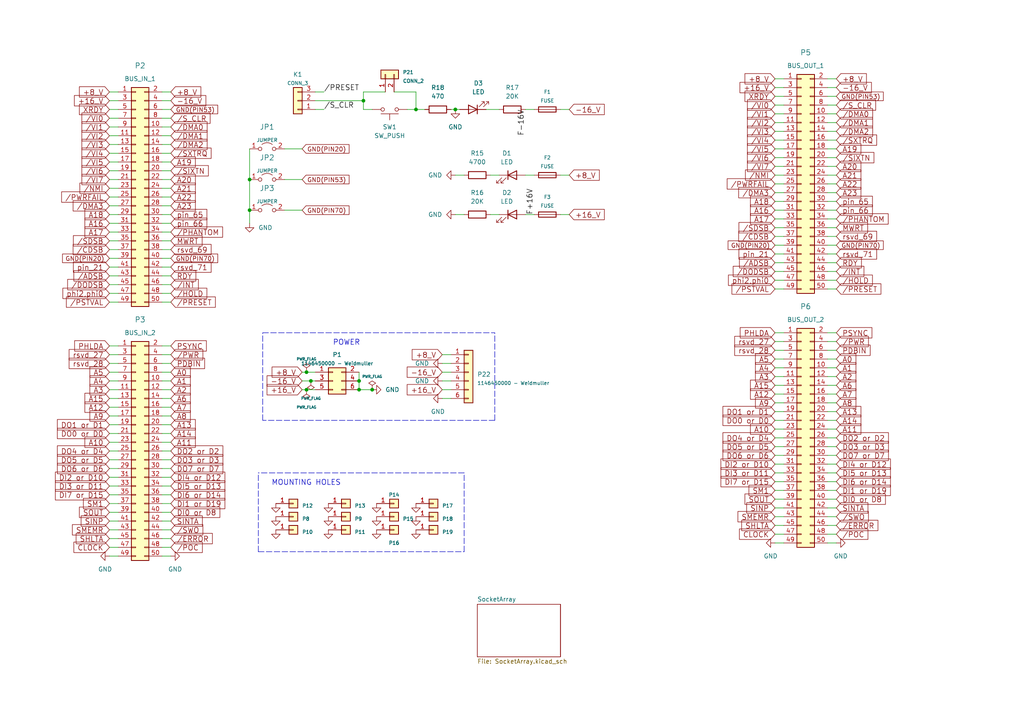
<source format=kicad_sch>
(kicad_sch (version 20211123) (generator eeschema)
  (paper "A4")
  (title_block (title "S100/IEEEE696") (date "2022-03-28") (rev "1") (company "John Bradley") (comment 1 "First attempt at S100/IEEEE696 bus back plane ") (comment 2 "Based on data from http://www.s100computers.com"))
  (junction (at 104.14 110.49))
  (junction (at 72.39 60.96))
  (junction (at 90.17 110.49))
  (junction (at 72.39 52.07))
  (junction (at 88.9 113.03))
  (junction (at 104.14 113.03))
  (junction (at 88.9 107.95))
  (junction (at 107.95 113.03))
  (junction (at 132.08 31.75))
  (junction (at 120.65 31.75))
  (junction (at 105.41 29.21))
  (wire (pts (xy 31.75 46.99) (xy 34.29 46.99)))
  (wire (pts (xy 46.99 54.61) (xy 49.53 54.61)))
  (wire (pts (xy 31.75 72.39) (xy 34.29 72.39)))
  (wire (pts (xy 240.03 119.38) (xy 242.57 119.38)))
  (wire (pts (xy 46.99 102.87) (xy 49.53 102.87)))
  (wire (pts (xy 240.03 27.94) (xy 242.57 27.94)))
  (wire (pts (xy 31.75 138.43) (xy 34.29 138.43)))
  (wire (pts (xy 46.99 156.21) (xy 49.53 156.21)))
  (wire (pts (xy 31.75 148.59) (xy 34.29 148.59)))
  (wire (pts (xy 224.79 154.94) (xy 227.33 154.94)))
  (wire (pts (xy 31.75 26.67) (xy 34.29 26.67)))
  (wire (pts (xy 46.99 74.93) (xy 49.53 74.93)))
  (wire (pts (xy 46.99 49.53) (xy 49.53 49.53)))
  (wire (pts (xy 224.79 33.02) (xy 227.33 33.02)))
  (polyline (pts (xy 308.61 229.87) (xy 308.61 228.6)))
  (wire (pts (xy 46.99 135.89) (xy 49.53 135.89)))
  (wire (pts (xy 90.17 110.49) (xy 91.44 110.49)))
  (wire (pts (xy 31.75 67.31) (xy 34.29 67.31)))
  (wire (pts (xy 224.79 157.48) (xy 227.33 157.48)))
  (wire (pts (xy 224.79 127) (xy 227.33 127)))
  (wire (pts (xy 240.03 109.22) (xy 242.57 109.22)))
  (wire (pts (xy 46.99 52.07) (xy 49.53 52.07)))
  (wire (pts (xy 111.76 26.67) (xy 105.41 26.67)))
  (wire (pts (xy 240.03 99.06) (xy 242.57 99.06)))
  (wire (pts (xy 46.99 158.75) (xy 49.53 158.75)))
  (wire (pts (xy 31.75 29.21) (xy 34.29 29.21)))
  (wire (pts (xy 31.75 130.81) (xy 34.29 130.81)))
  (wire (pts (xy 46.99 64.77) (xy 49.53 64.77)))
  (wire (pts (xy 224.79 73.66) (xy 227.33 73.66)))
  (wire (pts (xy 46.99 80.01) (xy 49.53 80.01)))
  (wire (pts (xy 224.79 76.2) (xy 227.33 76.2)))
  (wire (pts (xy 105.41 29.21) (xy 105.41 31.75)))
  (wire (pts (xy 224.79 149.86) (xy 227.33 149.86)))
  (wire (pts (xy 120.65 26.67) (xy 120.65 31.75)))
  (wire (pts (xy 240.03 43.18) (xy 242.57 43.18)))
  (wire (pts (xy 91.44 31.75) (xy 93.98 31.75)))
  (polyline (pts (xy 74.93 160.02) (xy 134.62 160.02)))
  (wire (pts (xy 31.75 87.63) (xy 34.29 87.63)))
  (wire (pts (xy 224.79 30.48) (xy 227.33 30.48)))
  (wire (pts (xy 224.79 99.06) (xy 227.33 99.06)))
  (wire (pts (xy 224.79 106.68) (xy 227.33 106.68)))
  (wire (pts (xy 240.03 132.08) (xy 242.57 132.08)))
  (wire (pts (xy 240.03 55.88) (xy 242.57 55.88)))
  (wire (pts (xy 31.75 153.67) (xy 34.29 153.67)))
  (wire (pts (xy 224.79 22.86) (xy 227.33 22.86)))
  (wire (pts (xy 46.99 39.37) (xy 49.53 39.37)))
  (wire (pts (xy 46.99 146.05) (xy 49.53 146.05)))
  (wire (pts (xy 132.08 50.8) (xy 134.62 50.8)))
  (wire (pts (xy 31.75 34.29) (xy 34.29 34.29)))
  (wire (pts (xy 104.14 113.03) (xy 107.95 113.03)))
  (wire (pts (xy 240.03 33.02) (xy 242.57 33.02)))
  (polyline (pts (xy 134.62 137.16) (xy 74.93 137.16)))
  (polyline (pts (xy 134.62 160.02) (xy 134.62 137.16)))
  (wire (pts (xy 162.56 62.23) (xy 165.1 62.23)))
  (wire (pts (xy 224.79 119.38) (xy 227.33 119.38)))
  (wire (pts (xy 46.99 100.33) (xy 49.53 100.33)))
  (polyline (pts (xy 76.2 96.52) (xy 143.51 96.52)))
  (wire (pts (xy 240.03 76.2) (xy 242.57 76.2)))
  (wire (pts (xy 240.03 129.54) (xy 242.57 129.54)))
  (wire (pts (xy 87.63 110.49) (xy 90.17 110.49)))
  (wire (pts (xy 240.03 71.12) (xy 242.57 71.12)))
  (wire (pts (xy 120.65 31.75) (xy 118.11 31.75)))
  (wire (pts (xy 46.99 148.59) (xy 49.53 148.59)))
  (wire (pts (xy 46.99 133.35) (xy 49.53 133.35)))
  (wire (pts (xy 224.79 27.94) (xy 227.33 27.94)))
  (wire (pts (xy 46.99 82.55) (xy 49.53 82.55)))
  (wire (pts (xy 46.99 31.75) (xy 49.53 31.75)))
  (wire (pts (xy 240.03 66.04) (xy 242.57 66.04)))
  (wire (pts (xy 224.79 35.56) (xy 227.33 35.56)))
  (wire (pts (xy 31.75 59.69) (xy 34.29 59.69)))
  (wire (pts (xy 224.79 45.72) (xy 227.33 45.72)))
  (polyline (pts (xy 143.51 121.92) (xy 143.51 96.52)))
  (wire (pts (xy 224.79 152.4) (xy 227.33 152.4)))
  (wire (pts (xy 46.99 118.11) (xy 49.53 118.11)))
  (wire (pts (xy 31.75 77.47) (xy 34.29 77.47)))
  (wire (pts (xy 240.03 22.86) (xy 242.57 22.86)))
  (wire (pts (xy 31.75 62.23) (xy 34.29 62.23)))
  (wire (pts (xy 123.19 31.75) (xy 120.65 31.75)))
  (wire (pts (xy 240.03 111.76) (xy 242.57 111.76)))
  (wire (pts (xy 100.33 113.03) (xy 104.14 113.03)))
  (wire (pts (xy 240.03 139.7) (xy 242.57 139.7)))
  (wire (pts (xy 240.03 152.4) (xy 242.57 152.4)))
  (wire (pts (xy 224.79 53.34) (xy 227.33 53.34)))
  (wire (pts (xy 224.79 60.96) (xy 227.33 60.96)))
  (wire (pts (xy 224.79 25.4) (xy 227.33 25.4)))
  (wire (pts (xy 82.55 43.18) (xy 87.63 43.18)))
  (wire (pts (xy 224.79 50.8) (xy 227.33 50.8)))
  (wire (pts (xy 240.03 127) (xy 242.57 127)))
  (wire (pts (xy 130.81 110.49) (xy 128.27 110.49)))
  (wire (pts (xy 46.99 140.97) (xy 49.53 140.97)))
  (wire (pts (xy 31.75 158.75) (xy 34.29 158.75)))
  (wire (pts (xy 46.99 46.99) (xy 49.53 46.99)))
  (wire (pts (xy 87.63 60.96) (xy 82.55 60.96)))
  (wire (pts (xy 152.4 50.8) (xy 154.94 50.8)))
  (wire (pts (xy 224.79 55.88) (xy 227.33 55.88)))
  (wire (pts (xy 240.03 48.26) (xy 242.57 48.26)))
  (wire (pts (xy 130.81 115.57) (xy 128.27 115.57)))
  (wire (pts (xy 144.78 31.75) (xy 140.97 31.75)))
  (wire (pts (xy 224.79 129.54) (xy 227.33 129.54)))
  (wire (pts (xy 88.9 113.03) (xy 91.44 113.03)))
  (wire (pts (xy 31.75 135.89) (xy 34.29 135.89)))
  (wire (pts (xy 104.14 107.95) (xy 104.14 110.49)))
  (wire (pts (xy 162.56 50.8) (xy 165.1 50.8)))
  (wire (pts (xy 224.79 101.6) (xy 227.33 101.6)))
  (wire (pts (xy 31.75 80.01) (xy 34.29 80.01)))
  (wire (pts (xy 46.99 130.81) (xy 49.53 130.81)))
  (wire (pts (xy 133.35 31.75) (xy 132.08 31.75)))
  (wire (pts (xy 46.99 59.69) (xy 49.53 59.69)))
  (wire (pts (xy 240.03 142.24) (xy 242.57 142.24)))
  (wire (pts (xy 31.75 49.53) (xy 34.29 49.53)))
  (wire (pts (xy 31.75 36.83) (xy 34.29 36.83)))
  (wire (pts (xy 46.99 120.65) (xy 49.53 120.65)))
  (wire (pts (xy 224.79 58.42) (xy 227.33 58.42)))
  (wire (pts (xy 31.75 82.55) (xy 34.29 82.55)))
  (wire (pts (xy 46.99 125.73) (xy 49.53 125.73)))
  (wire (pts (xy 240.03 45.72) (xy 242.57 45.72)))
  (wire (pts (xy 240.03 68.58) (xy 242.57 68.58)))
  (wire (pts (xy 224.79 109.22) (xy 227.33 109.22)))
  (wire (pts (xy 240.03 116.84) (xy 242.57 116.84)))
  (wire (pts (xy 104.14 110.49) (xy 104.14 113.03)))
  (wire (pts (xy 224.79 71.12) (xy 227.33 71.12)))
  (wire (pts (xy 31.75 151.13) (xy 34.29 151.13)))
  (wire (pts (xy 46.99 128.27) (xy 49.53 128.27)))
  (wire (pts (xy 46.99 161.29) (xy 49.53 161.29)))
  (wire (pts (xy 31.75 64.77) (xy 34.29 64.77)))
  (wire (pts (xy 46.99 62.23) (xy 49.53 62.23)))
  (wire (pts (xy 31.75 74.93) (xy 34.29 74.93)))
  (wire (pts (xy 142.24 50.8) (xy 144.78 50.8)))
  (wire (pts (xy 224.79 81.28) (xy 227.33 81.28)))
  (wire (pts (xy 46.99 115.57) (xy 49.53 115.57)))
  (wire (pts (xy 128.27 102.87) (xy 130.81 102.87)))
  (polyline (pts (xy 74.93 160.02) (xy 74.93 137.16)))
  (wire (pts (xy 240.03 81.28) (xy 242.57 81.28)))
  (wire (pts (xy 46.99 123.19) (xy 49.53 123.19)))
  (wire (pts (xy 120.65 26.67) (xy 114.3 26.67)))
  (wire (pts (xy 46.99 36.83) (xy 49.53 36.83)))
  (wire (pts (xy 240.03 78.74) (xy 242.57 78.74)))
  (wire (pts (xy 105.41 29.21) (xy 91.44 29.21)))
  (polyline (pts (xy 143.51 121.92) (xy 76.2 121.92)))
  (wire (pts (xy 240.03 104.14) (xy 242.57 104.14)))
  (polyline (pts (xy 76.2 121.92) (xy 76.2 96.52)))
  (wire (pts (xy 46.99 105.41) (xy 49.53 105.41)))
  (wire (pts (xy 107.95 31.75) (xy 105.41 31.75)))
  (wire (pts (xy 46.99 44.45) (xy 49.53 44.45)))
  (wire (pts (xy 46.99 143.51) (xy 49.53 143.51)))
  (wire (pts (xy 31.75 102.87) (xy 34.29 102.87)))
  (wire (pts (xy 72.39 52.07) (xy 72.39 60.96)))
  (wire (pts (xy 224.79 114.3) (xy 227.33 114.3)))
  (wire (pts (xy 224.79 38.1) (xy 227.33 38.1)))
  (wire (pts (xy 31.75 128.27) (xy 34.29 128.27)))
  (wire (pts (xy 224.79 43.18) (xy 227.33 43.18)))
  (wire (pts (xy 224.79 104.14) (xy 227.33 104.14)))
  (wire (pts (xy 240.03 38.1) (xy 242.57 38.1)))
  (wire (pts (xy 46.99 29.21) (xy 49.53 29.21)))
  (wire (pts (xy 162.56 31.75) (xy 165.1 31.75)))
  (wire (pts (xy 31.75 39.37) (xy 34.29 39.37)))
  (wire (pts (xy 224.79 48.26) (xy 227.33 48.26)))
  (wire (pts (xy 240.03 50.8) (xy 242.57 50.8)))
  (wire (pts (xy 240.03 25.4) (xy 242.57 25.4)))
  (wire (pts (xy 46.99 113.03) (xy 49.53 113.03)))
  (wire (pts (xy 31.75 118.11) (xy 34.29 118.11)))
  (wire (pts (xy 142.24 62.23) (xy 144.78 62.23)))
  (wire (pts (xy 46.99 110.49) (xy 49.53 110.49)))
  (wire (pts (xy 31.75 123.19) (xy 34.29 123.19)))
  (wire (pts (xy 31.75 54.61) (xy 34.29 54.61)))
  (wire (pts (xy 240.03 121.92) (xy 242.57 121.92)))
  (wire (pts (xy 31.75 110.49) (xy 34.29 110.49)))
  (wire (pts (xy 46.99 72.39) (xy 49.53 72.39)))
  (wire (pts (xy 105.41 26.67) (xy 105.41 29.21)))
  (wire (pts (xy 240.03 114.3) (xy 242.57 114.3)))
  (wire (pts (xy 31.75 107.95) (xy 34.29 107.95)))
  (wire (pts (xy 31.75 125.73) (xy 34.29 125.73)))
  (wire (pts (xy 240.03 124.46) (xy 242.57 124.46)))
  (wire (pts (xy 224.79 134.62) (xy 227.33 134.62)))
  (wire (pts (xy 224.79 78.74) (xy 227.33 78.74)))
  (wire (pts (xy 240.03 157.48) (xy 242.57 157.48)))
  (wire (pts (xy 240.03 137.16) (xy 242.57 137.16)))
  (wire (pts (xy 46.99 69.85) (xy 49.53 69.85)))
  (wire (pts (xy 240.03 144.78) (xy 242.57 144.78)))
  (wire (pts (xy 31.75 133.35) (xy 34.29 133.35)))
  (wire (pts (xy 224.79 139.7) (xy 227.33 139.7)))
  (wire (pts (xy 240.03 53.34) (xy 242.57 53.34)))
  (wire (pts (xy 224.79 116.84) (xy 227.33 116.84)))
  (wire (pts (xy 240.03 30.48) (xy 242.57 30.48)))
  (wire (pts (xy 46.99 41.91) (xy 49.53 41.91)))
  (wire (pts (xy 224.79 147.32) (xy 227.33 147.32)))
  (wire (pts (xy 31.75 146.05) (xy 34.29 146.05)))
  (wire (pts (xy 128.27 107.95) (xy 130.81 107.95)))
  (wire (pts (xy 240.03 149.86) (xy 242.57 149.86)))
  (wire (pts (xy 46.99 26.67) (xy 49.53 26.67)))
  (wire (pts (xy 240.03 40.64) (xy 242.57 40.64)))
  (wire (pts (xy 46.99 77.47) (xy 49.53 77.47)))
  (wire (pts (xy 224.79 121.92) (xy 227.33 121.92)))
  (wire (pts (xy 224.79 124.46) (xy 227.33 124.46)))
  (wire (pts (xy 31.75 41.91) (xy 34.29 41.91)))
  (wire (pts (xy 154.94 31.75) (xy 152.4 31.75)))
  (wire (pts (xy 88.9 107.95) (xy 91.44 107.95)))
  (wire (pts (xy 240.03 96.52) (xy 242.57 96.52)))
  (wire (pts (xy 240.03 73.66) (xy 242.57 73.66)))
  (wire (pts (xy 31.75 156.21) (xy 34.29 156.21)))
  (wire (pts (xy 240.03 63.5) (xy 242.57 63.5)))
  (wire (pts (xy 240.03 134.62) (xy 242.57 134.62)))
  (wire (pts (xy 128.27 113.03) (xy 130.81 113.03)))
  (wire (pts (xy 224.79 96.52) (xy 227.33 96.52)))
  (wire (pts (xy 46.99 34.29) (xy 49.53 34.29)))
  (wire (pts (xy 31.75 100.33) (xy 34.29 100.33)))
  (wire (pts (xy 240.03 101.6) (xy 242.57 101.6)))
  (wire (pts (xy 46.99 57.15) (xy 49.53 57.15)))
  (wire (pts (xy 224.79 142.24) (xy 227.33 142.24)))
  (wire (pts (xy 31.75 105.41) (xy 34.29 105.41)))
  (wire (pts (xy 224.79 111.76) (xy 227.33 111.76)))
  (wire (pts (xy 31.75 115.57) (xy 34.29 115.57)))
  (wire (pts (xy 31.75 57.15) (xy 34.29 57.15)))
  (wire (pts (xy 31.75 44.45) (xy 34.29 44.45)))
  (wire (pts (xy 82.55 52.07) (xy 87.63 52.07)))
  (wire (pts (xy 132.08 62.23) (xy 134.62 62.23)))
  (wire (pts (xy 31.75 31.75) (xy 34.29 31.75)))
  (wire (pts (xy 224.79 66.04) (xy 227.33 66.04)))
  (wire (pts (xy 46.99 87.63) (xy 49.53 87.63)))
  (wire (pts (xy 224.79 40.64) (xy 227.33 40.64)))
  (wire (pts (xy 224.79 144.78) (xy 227.33 144.78)))
  (wire (pts (xy 240.03 106.68) (xy 242.57 106.68)))
  (wire (pts (xy 224.79 68.58) (xy 227.33 68.58)))
  (wire (pts (xy 31.75 85.09) (xy 34.29 85.09)))
  (wire (pts (xy 31.75 69.85) (xy 34.29 69.85)))
  (wire (pts (xy 31.75 120.65) (xy 34.29 120.65)))
  (wire (pts (xy 31.75 113.03) (xy 34.29 113.03)))
  (wire (pts (xy 31.75 143.51) (xy 34.29 143.51)))
  (wire (pts (xy 224.79 83.82) (xy 227.33 83.82)))
  (wire (pts (xy 31.75 161.29) (xy 34.29 161.29)))
  (wire (pts (xy 87.63 113.03) (xy 88.9 113.03)))
  (wire (pts (xy 224.79 137.16) (xy 227.33 137.16)))
  (wire (pts (xy 224.79 132.08) (xy 227.33 132.08)))
  (wire (pts (xy 88.9 107.95) (xy 87.63 107.95)))
  (wire (pts (xy 46.99 138.43) (xy 49.53 138.43)))
  (wire (pts (xy 240.03 35.56) (xy 242.57 35.56)))
  (wire (pts (xy 72.39 60.96) (xy 72.39 64.77)))
  (wire (pts (xy 31.75 52.07) (xy 34.29 52.07)))
  (wire (pts (xy 46.99 107.95) (xy 49.53 107.95)))
  (wire (pts (xy 130.81 105.41) (xy 128.27 105.41)))
  (wire (pts (xy 240.03 83.82) (xy 242.57 83.82)))
  (wire (pts (xy 46.99 67.31) (xy 49.53 67.31)))
  (wire (pts (xy 31.75 140.97) (xy 34.29 140.97)))
  (wire (pts (xy 72.39 43.18) (xy 72.39 52.07)))
  (wire (pts (xy 46.99 153.67) (xy 49.53 153.67)))
  (wire (pts (xy 132.08 31.75) (xy 130.81 31.75)))
  (wire (pts (xy 240.03 60.96) (xy 242.57 60.96)))
  (wire (pts (xy 240.03 58.42) (xy 242.57 58.42)))
  (wire (pts (xy 46.99 85.09) (xy 49.53 85.09)))
  (wire (pts (xy 93.98 26.67) (xy 91.44 26.67)))
  (wire (pts (xy 240.03 147.32) (xy 242.57 147.32)))
  (wire (pts (xy 224.79 63.5) (xy 227.33 63.5)))
  (wire (pts (xy 240.03 154.94) (xy 242.57 154.94)))
  (wire (pts (xy 46.99 151.13) (xy 49.53 151.13)))
  (wire (pts (xy 152.4 62.23) (xy 154.94 62.23)))
  (text "POWER" (at 96.52 100.33 0) (effects (font (size 1.524 1.524)) (justify left bottom)))
  (text "MOUNTING HOLES" (at 78.74 140.97 0) (effects (font (size 1.524 1.524)) (justify left bottom)))
  (label "F-16V" (at 152.4 31.75 270) (effects (font (size 1.524 1.524))))
  (label "/S_CLR" (at 93.98 31.75 0) (effects (font (size 1.524 1.524))))
  (label "F+16V" (at 154.94 62.23 90) (effects (font (size 1.524 1.524))))
  (label "/PRESET" (at 93.98 26.67 0) (effects (font (size 1.524 1.524))))
  (global_label "+8_V" (shape input) (at 242.57 22.86 0) (effects (font (size 1.524 1.524))) (property "Intersheet References" "${INTERSHEET_REFS}" (at 251.1646 22.7648 0) (effects (font (size 1.524 1.524)) (justify left))))
  (global_label "DO0 or D0" (shape input) (at 31.75 125.73 180) (effects (font (size 1.524 1.524))) (property "Intersheet References" "${INTERSHEET_REFS}" (at 16.7691 125.6348 0) (effects (font (size 1.524 1.524)) (justify right))))
  (global_label "rsvd_27" (shape input) (at 224.79 99.06 180) (effects (font (size 1.524 1.524))) (property "Intersheet References" "${INTERSHEET_REFS}" (at 213.22 98.9648 0) (effects (font (size 1.524 1.524)) (justify right))))
  (global_label "pin_65" (shape input) (at 49.53 62.23 0) (effects (font (size 1.524 1.524))) (property "Intersheet References" "${INTERSHEET_REFS}" (at 59.8663 62.1348 0) (effects (font (size 1.524 1.524)) (justify left))))
  (global_label "+8_V" (shape input) (at 165.1 50.8 0) (effects (font (size 1.524 1.524))) (property "Intersheet References" "${INTERSHEET_REFS}" (at 173.6946 50.7048 0) (effects (font (size 1.524 1.524)) (justify left))))
  (global_label "-16_V" (shape input) (at 242.57 25.4 0) (effects (font (size 1.524 1.524))) (property "Intersheet References" "${INTERSHEET_REFS}" (at 252.616 25.3048 0) (effects (font (size 1.524 1.524)) (justify left))))
  (global_label "/SXTRQ" (shape input) (at 242.57 40.64 0) (effects (font (size 1.524 1.524))) (property "Intersheet References" "${INTERSHEET_REFS}" (at 254.14 40.5448 0) (effects (font (size 1.524 1.524)) (justify left))))
  (global_label "pin_21" (shape input) (at 31.75 77.47 180) (effects (font (size 1.524 1.524))) (property "Intersheet References" "${INTERSHEET_REFS}" (at 21.4137 77.3748 0) (effects (font (size 1.524 1.524)) (justify right))))
  (global_label "-16_V" (shape input) (at 49.53 29.21 0) (effects (font (size 1.524 1.524))) (property "Intersheet References" "${INTERSHEET_REFS}" (at 59.576 29.1148 0) (effects (font (size 1.524 1.524)) (justify left))))
  (global_label "DO6 or D6" (shape input) (at 224.79 132.08 180) (effects (font (size 1.524 1.524))) (property "Intersheet References" "${INTERSHEET_REFS}" (at 209.8091 131.9848 0) (effects (font (size 1.524 1.524)) (justify right))))
  (global_label "/NMI" (shape input) (at 31.75 54.61 180) (effects (font (size 1.524 1.524))) (property "Intersheet References" "${INTERSHEET_REFS}" (at 23.3005 54.5148 0) (effects (font (size 1.524 1.524)) (justify right))))
  (global_label "DI0 or D8" (shape input) (at 242.57 144.78 0) (effects (font (size 1.524 1.524))) (property "Intersheet References" "${INTERSHEET_REFS}" (at 256.68 144.6848 0) (effects (font (size 1.524 1.524)) (justify left))))
  (global_label "/VI0" (shape input) (at 31.75 34.29 180) (effects (font (size 1.524 1.524))) (property "Intersheet References" "${INTERSHEET_REFS}" (at 23.8811 34.1948 0) (effects (font (size 1.524 1.524)) (justify right))))
  (global_label "DI7 or D15" (shape input) (at 31.75 143.51 180) (effects (font (size 1.524 1.524))) (property "Intersheet References" "${INTERSHEET_REFS}" (at 16.1885 143.4148 0) (effects (font (size 1.524 1.524)) (justify right))))
  (global_label "DI3 or D11" (shape input) (at 31.75 140.97 180) (effects (font (size 1.524 1.524))) (property "Intersheet References" "${INTERSHEET_REFS}" (at 16.1885 140.8748 0) (effects (font (size 1.524 1.524)) (justify right))))
  (global_label "RDY" (shape input) (at 49.53 80.01 0) (effects (font (size 1.524 1.524))) (property "Intersheet References" "${INTERSHEET_REFS}" (at 56.6732 79.9148 0) (effects (font (size 1.524 1.524)) (justify left))))
  (global_label "GND(PIN53)" (shape input) (at 87.63 52.07 0) (property "Intersheet References" "${INTERSHEET_REFS}" (at 101.1423 51.9906 0) (effects (justify left))))
  (global_label "DO7 or D7" (shape input) (at 49.53 135.89 0) (effects (font (size 1.524 1.524))) (property "Intersheet References" "${INTERSHEET_REFS}" (at 64.5109 135.7948 0) (effects (font (size 1.524 1.524)) (justify left))))
  (global_label "SINTA" (shape input) (at 242.57 147.32 0) (effects (font (size 1.524 1.524))) (property "Intersheet References" "${INTERSHEET_REFS}" (at 251.6 147.2248 0) (effects (font (size 1.524 1.524)) (justify left))))
  (global_label "/PWR" (shape input) (at 49.53 102.87 0) (effects (font (size 1.524 1.524))) (property "Intersheet References" "${INTERSHEET_REFS}" (at 58.7052 102.7748 0) (effects (font (size 1.524 1.524)) (justify left))))
  (global_label "A8" (shape input) (at 242.57 116.84 0) (effects (font (size 1.524 1.524))) (property "Intersheet References" "${INTERSHEET_REFS}" (at 248.1166 116.7448 0) (effects (font (size 1.524 1.524)) (justify left))))
  (global_label "/DMA1" (shape input) (at 49.53 39.37 0) (effects (font (size 1.524 1.524))) (property "Intersheet References" "${INTERSHEET_REFS}" (at 59.9389 39.2748 0) (effects (font (size 1.524 1.524)) (justify left))))
  (global_label "DI5 or D13" (shape input) (at 242.57 137.16 0) (effects (font (size 1.524 1.524))) (property "Intersheet References" "${INTERSHEET_REFS}" (at 258.1315 137.0648 0) (effects (font (size 1.524 1.524)) (justify left))))
  (global_label "/ERROR" (shape input) (at 242.57 152.4 0) (effects (font (size 1.524 1.524))) (property "Intersheet References" "${INTERSHEET_REFS}" (at 254.5029 152.3048 0) (effects (font (size 1.524 1.524)) (justify left))))
  (global_label "SINTA" (shape input) (at 49.53 151.13 0) (effects (font (size 1.524 1.524))) (property "Intersheet References" "${INTERSHEET_REFS}" (at 58.56 151.0348 0) (effects (font (size 1.524 1.524)) (justify left))))
  (global_label "PSYNC" (shape input) (at 242.57 96.52 0) (effects (font (size 1.524 1.524))) (property "Intersheet References" "${INTERSHEET_REFS}" (at 252.7612 96.4248 0) (effects (font (size 1.524 1.524)) (justify left))))
  (global_label "A1" (shape input) (at 49.53 110.49 0) (effects (font (size 1.524 1.524))) (property "Intersheet References" "${INTERSHEET_REFS}" (at 55.0766 110.3948 0) (effects (font (size 1.524 1.524)) (justify left))))
  (global_label "/VI2" (shape input) (at 224.79 35.56 180) (effects (font (size 1.524 1.524))) (property "Intersheet References" "${INTERSHEET_REFS}" (at 216.9211 35.4648 0) (effects (font (size 1.524 1.524)) (justify right))))
  (global_label "+16_V" (shape input) (at 128.27 113.03 180) (effects (font (size 1.524 1.524))) (property "Intersheet References" "${INTERSHEET_REFS}" (at 118.224 112.9348 0) (effects (font (size 1.524 1.524)) (justify right))))
  (global_label "/SXTRQ" (shape input) (at 49.53 44.45 0) (effects (font (size 1.524 1.524))) (property "Intersheet References" "${INTERSHEET_REFS}" (at 61.1 44.3548 0) (effects (font (size 1.524 1.524)) (justify left))))
  (global_label "rsvd_71" (shape input) (at 242.57 73.66 0) (effects (font (size 1.524 1.524))) (property "Intersheet References" "${INTERSHEET_REFS}" (at 254.14 73.5648 0) (effects (font (size 1.524 1.524)) (justify left))))
  (global_label "rsvd_69" (shape input) (at 242.57 68.58 0) (effects (font (size 1.524 1.524))) (property "Intersheet References" "${INTERSHEET_REFS}" (at 254.14 68.4848 0) (effects (font (size 1.524 1.524)) (justify left))))
  (global_label "/CDSB" (shape input) (at 224.79 68.58 180) (effects (font (size 1.524 1.524))) (property "Intersheet References" "${INTERSHEET_REFS}" (at 214.3811 68.4848 0) (effects (font (size 1.524 1.524)) (justify right))))
  (global_label "DI6 or D14" (shape input) (at 49.53 143.51 0) (effects (font (size 1.524 1.524))) (property "Intersheet References" "${INTERSHEET_REFS}" (at 65.0915 143.4148 0) (effects (font (size 1.524 1.524)) (justify left))))
  (global_label "A17" (shape input) (at 224.79 63.5 180) (effects (font (size 1.524 1.524))) (property "Intersheet References" "${INTERSHEET_REFS}" (at 217.792 63.4048 0) (effects (font (size 1.524 1.524)) (justify right))))
  (global_label "pin_65" (shape input) (at 242.57 58.42 0) (effects (font (size 1.524 1.524))) (property "Intersheet References" "${INTERSHEET_REFS}" (at 252.9063 58.3248 0) (effects (font (size 1.524 1.524)) (justify left))))
  (global_label "/VI6" (shape input) (at 224.79 45.72 180) (effects (font (size 1.524 1.524))) (property "Intersheet References" "${INTERSHEET_REFS}" (at 216.9211 45.6248 0) (effects (font (size 1.524 1.524)) (justify right))))
  (global_label "SINP" (shape input) (at 224.79 147.32 180) (effects (font (size 1.524 1.524))) (property "Intersheet References" "${INTERSHEET_REFS}" (at 216.7034 147.2248 0) (effects (font (size 1.524 1.524)) (justify right))))
  (global_label "A22" (shape input) (at 242.57 53.34 0) (effects (font (size 1.524 1.524))) (property "Intersheet References" "${INTERSHEET_REFS}" (at 249.568 53.2448 0) (effects (font (size 1.524 1.524)) (justify left))))
  (global_label "A10" (shape input) (at 224.79 124.46 180) (effects (font (size 1.524 1.524))) (property "Intersheet References" "${INTERSHEET_REFS}" (at 217.792 124.3648 0) (effects (font (size 1.524 1.524)) (justify right))))
  (global_label "/VI3" (shape input) (at 31.75 41.91 180) (effects (font (size 1.524 1.524))) (property "Intersheet References" "${INTERSHEET_REFS}" (at 23.8811 41.8148 0) (effects (font (size 1.524 1.524)) (justify right))))
  (global_label "DO4 or D4" (shape input) (at 224.79 127 180) (effects (font (size 1.524 1.524))) (property "Intersheet References" "${INTERSHEET_REFS}" (at 209.8091 126.9048 0) (effects (font (size 1.524 1.524)) (justify right))))
  (global_label "/ERROR" (shape input) (at 49.53 156.21 0) (effects (font (size 1.524 1.524))) (property "Intersheet References" "${INTERSHEET_REFS}" (at 61.4629 156.1148 0) (effects (font (size 1.524 1.524)) (justify left))))
  (global_label "/DODSB" (shape input) (at 31.75 82.55 180) (effects (font (size 1.524 1.524))) (property "Intersheet References" "${INTERSHEET_REFS}" (at 19.7445 82.4548 0) (effects (font (size 1.524 1.524)) (justify right))))
  (global_label "GND(PIN20)" (shape input) (at 224.79 71.12 180) (property "Intersheet References" "${INTERSHEET_REFS}" (at 211.2777 71.1994 0) (effects (justify right))))
  (global_label "GND(PIN70)" (shape input) (at 242.57 71.12 0) (property "Intersheet References" "${INTERSHEET_REFS}" (at 256.0823 71.0406 0) (effects (justify left))))
  (global_label "DO3 or D3" (shape input) (at 242.57 129.54 0) (effects (font (size 1.524 1.524))) (property "Intersheet References" "${INTERSHEET_REFS}" (at 257.5509 129.4448 0) (effects (font (size 1.524 1.524)) (justify left))))
  (global_label "/DMA2" (shape input) (at 49.53 41.91 0) (effects (font (size 1.524 1.524))) (property "Intersheet References" "${INTERSHEET_REFS}" (at 59.9389 41.8148 0) (effects (font (size 1.524 1.524)) (justify left))))
  (global_label "/SDSB" (shape input) (at 224.79 66.04 180) (effects (font (size 1.524 1.524))) (property "Intersheet References" "${INTERSHEET_REFS}" (at 214.4537 65.9448 0) (effects (font (size 1.524 1.524)) (justify right))))
  (global_label "/VI5" (shape input) (at 224.79 43.18 180) (effects (font (size 1.524 1.524))) (property "Intersheet References" "${INTERSHEET_REFS}" (at 216.9211 43.0848 0) (effects (font (size 1.524 1.524)) (justify right))))
  (global_label "GND(PIN53)" (shape input) (at 242.57 27.94 0) (property "Intersheet References" "${INTERSHEET_REFS}" (at 256.0823 27.8606 0) (effects (justify left))))
  (global_label "GND(PIN20)" (shape input) (at 31.75 74.93 180) (property "Intersheet References" "${INTERSHEET_REFS}" (at 18.2377 75.0094 0) (effects (justify right))))
  (global_label "XRDY" (shape input) (at 31.75 31.75 180) (effects (font (size 1.524 1.524))) (property "Intersheet References" "${INTERSHEET_REFS}" (at 23.1554 31.6548 0) (effects (font (size 1.524 1.524)) (justify right))))
  (global_label "DO2 or D2" (shape input) (at 242.57 127 0) (effects (font (size 1.524 1.524))) (property "Intersheet References" "${INTERSHEET_REFS}" (at 257.5509 126.9048 0) (effects (font (size 1.524 1.524)) (justify left))))
  (global_label "DO6 or D6" (shape input) (at 31.75 135.89 180) (effects (font (size 1.524 1.524))) (property "Intersheet References" "${INTERSHEET_REFS}" (at 16.7691 135.7948 0) (effects (font (size 1.524 1.524)) (justify right))))
  (global_label "PHLDA" (shape input) (at 224.79 96.52 180) (effects (font (size 1.524 1.524))) (property "Intersheet References" "${INTERSHEET_REFS}" (at 214.8165 96.4248 0) (effects (font (size 1.524 1.524)) (justify right))))
  (global_label "rsvd_28" (shape input) (at 31.75 105.41 180) (effects (font (size 1.524 1.524))) (property "Intersheet References" "${INTERSHEET_REFS}" (at 20.18 105.3148 0) (effects (font (size 1.524 1.524)) (justify right))))
  (global_label "/SIXTN" (shape input) (at 242.57 45.72 0) (effects (font (size 1.524 1.524))) (property "Intersheet References" "${INTERSHEET_REFS}" (at 253.3418 45.6248 0) (effects (font (size 1.524 1.524)) (justify left))))
  (global_label "/PRESET" (shape input) (at 49.53 87.63 0) (effects (font (size 1.524 1.524))) (property "Intersheet References" "${INTERSHEET_REFS}" (at 62.3338 87.5348 0) (effects (font (size 1.524 1.524)) (justify left))))
  (global_label "PDBIN" (shape input) (at 49.53 105.41 0) (effects (font (size 1.524 1.524))) (property "Intersheet References" "${INTERSHEET_REFS}" (at 59.2132 105.3148 0) (effects (font (size 1.524 1.524)) (justify left))))
  (global_label "/VI7" (shape input) (at 31.75 52.07 180) (effects (font (size 1.524 1.524))) (property "Intersheet References" "${INTERSHEET_REFS}" (at 23.8811 51.9748 0) (effects (font (size 1.524 1.524)) (justify right))))
  (global_label "/PWRFAIL" (shape input) (at 31.75 57.15 180) (effects (font (size 1.524 1.524))) (property "Intersheet References" "${INTERSHEET_REFS}" (at 18.0028 57.0548 0) (effects (font (size 1.524 1.524)) (justify right))))
  (global_label "DO2 or D2" (shape input) (at 49.53 130.81 0) (effects (font (size 1.524 1.524))) (property "Intersheet References" "${INTERSHEET_REFS}" (at 64.5109 130.7148 0) (effects (font (size 1.524 1.524)) (justify left))))
  (global_label "A18" (shape input) (at 224.79 58.42 180) (effects (font (size 1.524 1.524))) (property "Intersheet References" "${INTERSHEET_REFS}" (at 217.792 58.3248 0) (effects (font (size 1.524 1.524)) (justify right))))
  (global_label "DO5 or D5" (shape input) (at 224.79 129.54 180) (effects (font (size 1.524 1.524))) (property "Intersheet References" "${INTERSHEET_REFS}" (at 209.8091 129.4448 0) (effects (font (size 1.524 1.524)) (justify right))))
  (global_label "A11" (shape input) (at 49.53 128.27 0) (effects (font (size 1.524 1.524))) (property "Intersheet References" "${INTERSHEET_REFS}" (at 56.528 128.1748 0) (effects (font (size 1.524 1.524)) (justify left))))
  (global_label "/POC" (shape input) (at 242.57 154.94 0) (effects (font (size 1.524 1.524))) (property "Intersheet References" "${INTERSHEET_REFS}" (at 251.6 154.8448 0) (effects (font (size 1.524 1.524)) (justify left))))
  (global_label "/VI1" (shape input) (at 31.75 36.83 180) (effects (font (size 1.524 1.524))) (property "Intersheet References" "${INTERSHEET_REFS}" (at 23.8811 36.7348 0) (effects (font (size 1.524 1.524)) (justify right))))
  (global_label "+8_V" (shape input) (at 224.79 22.86 180) (effects (font (size 1.524 1.524))) (property "Intersheet References" "${INTERSHEET_REFS}" (at 216.1954 22.7648 0) (effects (font (size 1.524 1.524)) (justify right))))
  (global_label "/VI1" (shape input) (at 224.79 33.02 180) (effects (font (size 1.524 1.524))) (property "Intersheet References" "${INTERSHEET_REFS}" (at 216.9211 32.9248 0) (effects (font (size 1.524 1.524)) (justify right))))
  (global_label "A1" (shape input) (at 242.57 106.68 0) (effects (font (size 1.524 1.524))) (property "Intersheet References" "${INTERSHEET_REFS}" (at 248.1166 106.5848 0) (effects (font (size 1.524 1.524)) (justify left))))
  (global_label "+8_V" (shape input) (at 128.27 102.87 180) (effects (font (size 1.524 1.524))) (property "Intersheet References" "${INTERSHEET_REFS}" (at 119.6754 102.7748 0) (effects (font (size 1.524 1.524)) (justify right))))
  (global_label "GND(PIN53)" (shape input) (at 49.53 31.75 0) (property "Intersheet References" "${INTERSHEET_REFS}" (at 63.0423 31.6706 0) (effects (justify left))))
  (global_label "/DMA1" (shape input) (at 242.57 35.56 0) (effects (font (size 1.524 1.524))) (property "Intersheet References" "${INTERSHEET_REFS}" (at 252.9789 35.4648 0) (effects (font (size 1.524 1.524)) (justify left))))
  (global_label "/PHANTOM" (shape input) (at 49.53 67.31 0) (effects (font (size 1.524 1.524))) (property "Intersheet References" "${INTERSHEET_REFS}" (at 64.4383 67.2148 0) (effects (font (size 1.524 1.524)) (justify left))))
  (global_label "A4" (shape input) (at 31.75 110.49 180) (effects (font (size 1.524 1.524))) (property "Intersheet References" "${INTERSHEET_REFS}" (at 26.2034 110.3948 0) (effects (font (size 1.524 1.524)) (justify right))))
  (global_label "A9" (shape input) (at 224.79 116.84 180) (effects (font (size 1.524 1.524))) (property "Intersheet References" "${INTERSHEET_REFS}" (at 219.2434 116.7448 0) (effects (font (size 1.524 1.524)) (justify right))))
  (global_label "SHLTA" (shape input) (at 31.75 156.21 180) (effects (font (size 1.524 1.524))) (property "Intersheet References" "${INTERSHEET_REFS}" (at 22.212 156.1148 0) (effects (font (size 1.524 1.524)) (justify right))))
  (global_label "/VI6" (shape input) (at 31.75 49.53 180) (effects (font (size 1.524 1.524))) (property "Intersheet References" "${INTERSHEET_REFS}" (at 23.8811 49.4348 0) (effects (font (size 1.524 1.524)) (justify right))))
  (global_label "/PWRFAIL" (shape input) (at 224.79 53.34 180) (effects (font (size 1.524 1.524))) (property "Intersheet References" "${INTERSHEET_REFS}" (at 211.0428 53.2448 0) (effects (font (size 1.524 1.524)) (justify right))))
  (global_label "DI1 or D19" (shape input) (at 242.57 142.24 0) (effects (font (size 1.524 1.524))) (property "Intersheet References" "${INTERSHEET_REFS}" (at 258.1315 142.1448 0) (effects (font (size 1.524 1.524)) (justify left))))
  (global_label "/VI5" (shape input) (at 31.75 46.99 180) (effects (font (size 1.524 1.524))) (property "Intersheet References" "${INTERSHEET_REFS}" (at 23.8811 46.8948 0) (effects (font (size 1.524 1.524)) (justify right))))
  (global_label "rsvd_69" (shape input) (at 49.53 72.39 0) (effects (font (size 1.524 1.524))) (property "Intersheet References" "${INTERSHEET_REFS}" (at 61.1 72.2948 0) (effects (font (size 1.524 1.524)) (justify left))))
  (global_label "/PSTVAL" (shape input) (at 224.79 83.82 180) (effects (font (size 1.524 1.524))) (property "Intersheet References" "${INTERSHEET_REFS}" (at 212.4217 83.7248 0) (effects (font (size 1.524 1.524)) (justify right))))
  (global_label "PSYNC" (shape input) (at 49.53 100.33 0) (effects (font (size 1.524 1.524))) (property "Intersheet References" "${INTERSHEET_REFS}" (at 59.7212 100.2348 0) (effects (font (size 1.524 1.524)) (justify left))))
  (global_label "/DMA0" (shape input) (at 242.57 33.02 0) (effects (font (size 1.524 1.524))) (property "Intersheet References" "${INTERSHEET_REFS}" (at 252.9789 32.9248 0) (effects (font (size 1.524 1.524)) (justify left))))
  (global_label "DO4 or D4" (shape input) (at 31.75 130.81 180) (effects (font (size 1.524 1.524))) (property "Intersheet References" "${INTERSHEET_REFS}" (at 16.7691 130.7148 0) (effects (font (size 1.524 1.524)) (justify right))))
  (global_label "A14" (shape input) (at 49.53 125.73 0) (effects (font (size 1.524 1.524))) (property "Intersheet References" "${INTERSHEET_REFS}" (at 56.528 125.6348 0) (effects (font (size 1.524 1.524)) (justify left))))
  (global_label "RDY" (shape input) (at 242.57 76.2 0) (effects (font (size 1.524 1.524))) (property "Intersheet References" "${INTERSHEET_REFS}" (at 249.7132 76.1048 0) (effects (font (size 1.524 1.524)) (justify left))))
  (global_label "SOUT" (shape input) (at 31.75 148.59 180) (effects (font (size 1.524 1.524))) (property "Intersheet References" "${INTERSHEET_REFS}" (at 23.1554 148.4948 0) (effects (font (size 1.524 1.524)) (justify right))))
  (global_label "DI2 or D10" (shape input) (at 31.75 138.43 180) (effects (font (size 1.524 1.524))) (property "Intersheet References" "${INTERSHEET_REFS}" (at 16.1885 138.3348 0) (effects (font (size 1.524 1.524)) (justify right))))
  (global_label "A9" (shape input) (at 31.75 120.65 180) (effects (font (size 1.524 1.524))) (property "Intersheet References" "${INTERSHEET_REFS}" (at 26.2034 120.5548 0) (effects (font (size 1.524 1.524)) (justify right))))
  (global_label "A5" (shape input) (at 224.79 104.14 180) (effects (font (size 1.524 1.524))) (property "Intersheet References" "${INTERSHEET_REFS}" (at 219.2434 104.0448 0) (effects (font (size 1.524 1.524)) (justify right))))
  (global_label "SOUT" (shape input) (at 224.79 144.78 180) (effects (font (size 1.524 1.524))) (property "Intersheet References" "${INTERSHEET_REFS}" (at 216.1954 144.6848 0) (effects (font (size 1.524 1.524)) (justify right))))
  (global_label "/HOLD" (shape input) (at 49.53 85.09 0) (effects (font (size 1.524 1.524))) (property "Intersheet References" "${INTERSHEET_REFS}" (at 59.8663 84.9948 0) (effects (font (size 1.524 1.524)) (justify left))))
  (global_label "A20" (shape input) (at 49.53 52.07 0) (effects (font (size 1.524 1.524))) (property "Intersheet References" "${INTERSHEET_REFS}" (at 56.528 51.9748 0) (effects (font (size 1.524 1.524)) (justify left))))
  (global_label "A6" (shape input) (at 242.57 111.76 0) (effects (font (size 1.524 1.524))) (property "Intersheet References" "${INTERSHEET_REFS}" (at 248.1166 111.6648 0) (effects (font (size 1.524 1.524)) (justify left))))
  (global_label "+16_V" (shape input) (at 31.75 29.21 180) (effects (font (size 1.524 1.524))) (property "Intersheet References" "${INTERSHEET_REFS}" (at 21.704 29.1148 0) (effects (font (size 1.524 1.524)) (justify right))))
  (global_label "GND(PIN70)" (shape input) (at 87.63 60.96 0) (property "Intersheet References" "${INTERSHEET_REFS}" (at 101.1423 60.8806 0) (effects (justify left))))
  (global_label "XRDY" (shape input) (at 224.79 27.94 180) (effects (font (size 1.524 1.524))) (property "Intersheet References" "${INTERSHEET_REFS}" (at 216.1954 27.8448 0) (effects (font (size 1.524 1.524)) (justify right))))
  (global_label "/PRESET" (shape input) (at 242.57 83.82 0) (effects (font (size 1.524 1.524))) (property "Intersheet References" "${INTERSHEET_REFS}" (at 255.3738 83.7248 0) (effects (font (size 1.524 1.524)) (justify left))))
  (global_label "DI4 or D12" (shape input) (at 49.53 138.43 0) (effects (font (size 1.524 1.524))) (property "Intersheet References" "${INTERSHEET_REFS}" (at 65.0915 138.3348 0) (effects (font (size 1.524 1.524)) (justify left))))
  (global_label "/ADSB" (shape input) (at 224.79 76.2 180) (effects (font (size 1.524 1.524))) (property "Intersheet References" "${INTERSHEET_REFS}" (at 214.5988 76.1048 0) (effects (font (size 1.524 1.524)) (justify right))))
  (global_label "DI4 or D12" (shape input) (at 242.57 134.62 0) (effects (font (size 1.524 1.524))) (property "Intersheet References" "${INTERSHEET_REFS}" (at 258.1315 134.5248 0) (effects (font (size 1.524 1.524)) (justify left))))
  (global_label "DI7 or D15" (shape input) (at 224.79 139.7 180) (effects (font (size 1.524 1.524))) (property "Intersheet References" "${INTERSHEET_REFS}" (at 209.2285 139.6048 0) (effects (font (size 1.524 1.524)) (justify right))))
  (global_label "DO3 or D3" (shape input) (at 49.53 133.35 0) (effects (font (size 1.524 1.524))) (property "Intersheet References" "${INTERSHEET_REFS}" (at 64.5109 133.2548 0) (effects (font (size 1.524 1.524)) (justify left))))
  (global_label "/PHANTOM" (shape input) (at 242.57 63.5 0) (effects (font (size 1.524 1.524))) (property "Intersheet References" "${INTERSHEET_REFS}" (at 257.4783 63.4048 0) (effects (font (size 1.524 1.524)) (justify left))))
  (global_label "A2" (shape input) (at 242.57 109.22 0) (effects (font (size 1.524 1.524))) (property "Intersheet References" "${INTERSHEET_REFS}" (at 248.1166 109.1248 0) (effects (font (size 1.524 1.524)) (justify left))))
  (global_label "/S_CLR" (shape input) (at 49.53 34.29 0) (effects (font (size 1.524 1.524))) (property "Intersheet References" "${INTERSHEET_REFS}" (at 60.8098 34.1948 0) (effects (font (size 1.524 1.524)) (justify left))))
  (global_label "+8_V" (shape input) (at 87.63 107.95 180) (effects (font (size 1.524 1.524))) (property "Intersheet References" "${INTERSHEET_REFS}" (at 79.0354 107.8548 0) (effects (font (size 1.524 1.524)) (justify right))))
  (global_label "DI2 or D10" (shape input) (at 224.79 134.62 180) (effects (font (size 1.524 1.524))) (property "Intersheet References" "${INTERSHEET_REFS}" (at 209.2285 134.5248 0) (effects (font (size 1.524 1.524)) (justify right))))
  (global_label "PDBIN" (shape input) (at 242.57 101.6 0) (effects (font (size 1.524 1.524))) (property "Intersheet References" "${INTERSHEET_REFS}" (at 252.2532 101.5048 0) (effects (font (size 1.524 1.524)) (justify left))))
  (global_label "/S_CLR" (shape input) (at 242.57 30.48 0) (effects (font (size 1.524 1.524))) (property "Intersheet References" "${INTERSHEET_REFS}" (at 253.8498 30.3848 0) (effects (font (size 1.524 1.524)) (justify left))))
  (global_label "A15" (shape input) (at 31.75 115.57 180) (effects (font (size 1.524 1.524))) (property "Intersheet References" "${INTERSHEET_REFS}" (at 24.752 115.4748 0) (effects (font (size 1.524 1.524)) (justify right))))
  (global_label "DI0 or D8" (shape input) (at 49.53 148.59 0) (effects (font (size 1.524 1.524))) (property "Intersheet References" "${INTERSHEET_REFS}" (at 63.64 148.4948 0) (effects (font (size 1.524 1.524)) (justify left))))
  (global_label "A13" (shape input) (at 242.57 119.38 0) (effects (font (size 1.524 1.524))) (property "Intersheet References" "${INTERSHEET_REFS}" (at 249.568 119.2848 0) (effects (font (size 1.524 1.524)) (justify left))))
  (global_label "/SIXTN" (shape input) (at 49.53 49.53 0) (effects (font (size 1.524 1.524))) (property "Intersheet References" "${INTERSHEET_REFS}" (at 60.3018 49.4348 0) (effects (font (size 1.524 1.524)) (justify left))))
  (global_label "+8_V" (shape input) (at 49.53 26.67 0) (effects (font (size 1.524 1.524))) (property "Intersheet References" "${INTERSHEET_REFS}" (at 58.1246 26.5748 0) (effects (font (size 1.524 1.524)) (justify left))))
  (global_label "A3" (shape input) (at 31.75 113.03 180) (effects (font (size 1.524 1.524))) (property "Intersheet References" "${INTERSHEET_REFS}" (at 26.2034 112.9348 0) (effects (font (size 1.524 1.524)) (justify right))))
  (global_label "A12" (shape input) (at 31.75 118.11 180) (effects (font (size 1.524 1.524))) (property "Intersheet References" "${INTERSHEET_REFS}" (at 24.752 118.0148 0) (effects (font (size 1.524 1.524)) (justify right))))
  (global_label "A21" (shape input) (at 242.57 50.8 0) (effects (font (size 1.524 1.524))) (property "Intersheet References" "${INTERSHEET_REFS}" (at 249.568 50.7048 0) (effects (font (size 1.524 1.524)) (justify left))))
  (global_label "MWRT" (shape input) (at 242.57 66.04 0) (effects (font (size 1.524 1.524))) (property "Intersheet References" "${INTERSHEET_REFS}" (at 251.5275 65.9448 0) (effects (font (size 1.524 1.524)) (justify left))))
  (global_label "rsvd_28" (shape input) (at 224.79 101.6 180) (effects (font (size 1.524 1.524))) (property "Intersheet References" "${INTERSHEET_REFS}" (at 213.22 101.5048 0) (effects (font (size 1.524 1.524)) (justify right))))
  (global_label "A10" (shape input) (at 31.75 128.27 180) (effects (font (size 1.524 1.524))) (property "Intersheet References" "${INTERSHEET_REFS}" (at 24.752 128.1748 0) (effects (font (size 1.524 1.524)) (justify right))))
  (global_label "SMEMR" (shape input) (at 31.75 153.67 180) (effects (font (size 1.524 1.524))) (property "Intersheet References" "${INTERSHEET_REFS}" (at 21.1234 153.5748 0) (effects (font (size 1.524 1.524)) (justify right))))
  (global_label "pin_66" (shape input) (at 242.57 60.96 0) (effects (font (size 1.524 1.524))) (property "Intersheet References" "${INTERSHEET_REFS}" (at 252.9063 60.8648 0) (effects (font (size 1.524 1.524)) (justify left))))
  (global_label "DO5 or D5" (shape input) (at 31.75 133.35 180) (effects (font (size 1.524 1.524))) (property "Intersheet References" "${INTERSHEET_REFS}" (at 16.7691 133.2548 0) (effects (font (size 1.524 1.524)) (justify right))))
  (global_label "A5" (shape input) (at 31.75 107.95 180) (effects (font (size 1.524 1.524))) (property "Intersheet References" "${INTERSHEET_REFS}" (at 26.2034 107.8548 0) (effects (font (size 1.524 1.524)) (justify right))))
  (global_label "A0" (shape input) (at 49.53 107.95 0) (effects (font (size 1.524 1.524))) (property "Intersheet References" "${INTERSHEET_REFS}" (at 55.0766 107.8548 0) (effects (font (size 1.524 1.524)) (justify left))))
  (global_label "A7" (shape input) (at 49.53 118.11 0) (effects (font (size 1.524 1.524))) (property "Intersheet References" "${INTERSHEET_REFS}" (at 55.0766 118.0148 0) (effects (font (size 1.524 1.524)) (justify left))))
  (global_label "A15" (shape input) (at 224.79 111.76 180) (effects (font (size 1.524 1.524))) (property "Intersheet References" "${INTERSHEET_REFS}" (at 217.792 111.6648 0) (effects (font (size 1.524 1.524)) (justify right))))
  (global_label "DI6 or D14" (shape input) (at 242.57 139.7 0) (effects (font (size 1.524 1.524))) (property "Intersheet References" "${INTERSHEET_REFS}" (at 258.1315 139.6048 0) (effects (font (size 1.524 1.524)) (justify left))))
  (global_label "A6" (shape input) (at 49.53 115.57 0) (effects (font (size 1.524 1.524))) (property "Intersheet References" "${INTERSHEET_REFS}" (at 55.0766 115.4748 0) (effects (font (size 1.524 1.524)) (justify left))))
  (global_label "A12" (shape input) (at 224.79 114.3 180) (effects (font (size 1.524 1.524))) (property "Intersheet References" "${INTERSHEET_REFS}" (at 217.792 114.2048 0) (effects (font (size 1.524 1.524)) (justify right))))
  (global_label "+16_V" (shape input) (at 87.63 113.03 180) (effects (font (size 1.524 1.524))) (property "Intersheet References" "${INTERSHEET_REFS}" (at 77.584 112.9348 0) (effects (font (size 1.524 1.524)) (justify right))))
  (global_label "DO7 or D7" (shape input) (at 242.57 132.08 0) (effects (font (size 1.524 1.524))) (property "Intersheet References" "${INTERSHEET_REFS}" (at 257.5509 131.9848 0) (effects (font (size 1.524 1.524)) (justify left))))
  (global_label "CLOCK" (shape input) (at 224.79 154.94 180) (effects (font (size 1.524 1.524))) (property "Intersheet References" "${INTERSHEET_REFS}" (at 214.5988 154.8448 0) (effects (font (size 1.524 1.524)) (justify right))))
  (global_label "/DODSB" (shape input) (at 224.79 78.74 180) (effects (font (size 1.524 1.524))) (property "Intersheet References" "${INTERSHEET_REFS}" (at 212.7845 78.6448 0) (effects (font (size 1.524 1.524)) (justify right))))
  (global_label "-16_V" (shape input) (at 128.27 107.95 180) (effects (font (size 1.524 1.524))) (property "Intersheet References" "${INTERSHEET_REFS}" (at 118.224 107.8548 0) (effects (font (size 1.524 1.524)) (justify right))))
  (global_label "MWRT" (shape input) (at 49.53 69.85 0) (effects (font (size 1.524 1.524))) (property "Intersheet References" "${INTERSHEET_REFS}" (at 58.4875 69.7548 0) (effects (font (size 1.524 1.524)) (justify left))))
  (global_label "pin_21" (shape input) (at 224.79 73.66 180) (effects (font (size 1.524 1.524))) (property "Intersheet References" "${INTERSHEET_REFS}" (at 214.4537 73.5648 0) (effects (font (size 1.524 1.524)) (justify right))))
  (global_label "/POC" (shape input) (at 49.53 158.75 0) (effects (font (size 1.524 1.524))) (property "Intersheet References" "${INTERSHEET_REFS}" (at 58.56 158.6548 0) (effects (font (size 1.524 1.524)) (justify left))))
  (global_label "A21" (shape input) (at 49.53 54.61 0) (effects (font (size 1.524 1.524))) (property "Intersheet References" "${INTERSHEET_REFS}" (at 56.528 54.5148 0) (effects (font (size 1.524 1.524)) (justify left))))
  (global_label "/VI4" (shape input) (at 31.75 44.45 180) (effects (font (size 1.524 1.524))) (property "Intersheet References" "${INTERSHEET_REFS}" (at 23.8811 44.3548 0) (effects (font (size 1.524 1.524)) (justify right))))
  (global_label "SM1" (shape input) (at 31.75 146.05 180) (effects (font (size 1.524 1.524))) (property "Intersheet References" "${INTERSHEET_REFS}" (at 24.3165 145.9548 0) (effects (font (size 1.524 1.524)) (justify right))))
  (global_label "-16_V" (shape input) (at 87.63 110.49 180) (effects (font (size 1.524 1.524))) (property "Intersheet References" "${INTERSHEET_REFS}" (at 77.584 110.3948 0) (effects (font (size 1.524 1.524)) (justify right))))
  (global_label "/VI0" (shape input) (at 224.79 30.48 180) (effects (font (size 1.524 1.524))) (property "Intersheet References" "${INTERSHEET_REFS}" (at 216.9211 30.3848 0) (effects (font (size 1.524 1.524)) (justify right))))
  (global_label "-16_V" (shape input) (at 165.1 31.75 0) (effects (font (size 1.524 1.524))) (property "Intersheet References" "${INTERSHEET_REFS}" (at 175.146 31.6548 0) (effects (font (size 1.524 1.524)) (justify left))))
  (global_label "A14" (shape input) (at 242.57 121.92 0) (effects (font (size 1.524 1.524))) (property "Intersheet References" "${INTERSHEET_REFS}" (at 249.568 121.8248 0) (effects (font (size 1.524 1.524)) (justify left))))
  (global_label "A23" (shape input) (at 49.53 59.69 0) (effects (font (size 1.524 1.524))) (property "Intersheet References" "${INTERSHEET_REFS}" (at 56.528 59.5948 0) (effects (font (size 1.524 1.524)) (justify left))))
  (global_label "+16_V" (shape input) (at 224.79 25.4 180) (effects (font (size 1.524 1.524))) (property "Intersheet References" "${INTERSHEET_REFS}" (at 214.744 25.3048 0) (effects (font (size 1.524 1.524)) (justify right))))
  (global_label "A23" (shape input) (at 242.57 55.88 0) (effects (font (size 1.524 1.524))) (property "Intersheet References" "${INTERSHEET_REFS}" (at 249.568 55.7848 0) (effects (font (size 1.524 1.524)) (justify left))))
  (global_label "A8" (shape input) (at 49.53 120.65 0) (effects (font (size 1.524 1.524))) (property "Intersheet References" "${INTERSHEET_REFS}" (at 55.0766 120.5548 0) (effects (font (size 1.524 1.524)) (justify left))))
  (global_label "/DMA3" (shape input) (at 31.75 59.69 180) (effects (font (size 1.524 1.524))) (property "Intersheet References" "${INTERSHEET_REFS}" (at 21.3411 59.5948 0) (effects (font (size 1.524 1.524)) (justify right))))
  (global_label "A4" (shape input) (at 224.79 106.68 180) (effects (font (size 1.524 1.524))) (property "Intersheet References" "${INTERSHEET_REFS}" (at 219.2434 106.5848 0) (effects (font (size 1.524 1.524)) (justify right))))
  (global_label "A13" (shape input) (at 49.53 123.19 0) (effects (font (size 1.524 1.524))) (property "Intersheet References" "${INTERSHEET_REFS}" (at 56.528 123.0948 0) (effects (font (size 1.524 1.524)) (justify left))))
  (global_label "/INT" (shape input) (at 49.53 82.55 0) (effects (font (size 1.524 1.524))) (property "Intersheet References" "${INTERSHEET_REFS}" (at 57.3989 82.4548 0) (effects (font (size 1.524 1.524)) (justify left))))
  (global_label "/PSTVAL" (shape input) (at 31.75 87.63 180) (effects (font (size 1.524 1.524))) (property "Intersheet References" "${INTERSHEET_REFS}" (at 19.3817 87.5348 0) (effects (font (size 1.524 1.524)) (justify right))))
  (global_label "A22" (shape input) (at 49.53 57.15 0) (effects (font (size 1.524 1.524))) (property "Intersheet References" "${INTERSHEET_REFS}" (at 56.528 57.0548 0) (effects (font (size 1.524 1.524)) (justify left))))
  (global_label "PHLDA" (shape input) (at 31.75 100.33 180) (effects (font (size 1.524 1.524))) (property "Intersheet References" "${INTERSHEET_REFS}" (at 21.7765 100.2348 0) (effects (font (size 1.524 1.524)) (justify right))))
  (global_label "/ADSB" (shape input) (at 31.75 80.01 180) (effects (font (size 1.524 1.524))) (property "Intersheet References" "${INTERSHEET_REFS}" (at 21.5588 79.9148 0) (effects (font (size 1.524 1.524)) (justify right))))
  (global_label "A19" (shape input) (at 242.57 43.18 0) (effects (font (size 1.524 1.524))) (property "Intersheet References" "${INTERSHEET_REFS}" (at 249.568 43.0848 0) (effects (font (size 1.524 1.524)) (justify left))))
  (global_label "pin_66" (shape input) (at 49.53 64.77 0) (effects (font (size 1.524 1.524))) (property "Intersheet References" "${INTERSHEET_REFS}" (at 59.8663 64.6748 0) (effects (font (size 1.524 1.524)) (justify left))))
  (global_label "A20" (shape input) (at 242.57 48.26 0) (effects (font (size 1.524 1.524))) (property "Intersheet References" "${INTERSHEET_REFS}" (at 249.568 48.1648 0) (effects (font (size 1.524 1.524)) (justify left))))
  (global_label "DO1 or D1" (shape input) (at 31.75 123.19 180) (effects (font (size 1.524 1.524))) (property "Intersheet References" "${INTERSHEET_REFS}" (at 16.7691 123.0948 0) (effects (font (size 1.524 1.524)) (justify right))))
  (global_label "phi2,phi0" (shape input) (at 224.79 81.28 180) (effects (font (size 1.524 1.524))) (property "Intersheet References" "${INTERSHEET_REFS}" (at 211.4057 81.1848 0) (effects (font (size 1.524 1.524)) (justify right))))
  (global_label "/SWO" (shape input) (at 242.57 149.86 0) (effects (font (size 1.524 1.524))) (property "Intersheet References" "${INTERSHEET_REFS}" (at 251.7452 149.7648 0) (effects (font (size 1.524 1.524)) (justify left))))
  (global_label "DO1 or D1" (shape input) (at 224.79 119.38 180) (effects (font (size 1.524 1.524))) (property "Intersheet References" "${INTERSHEET_REFS}" (at 209.8091 119.2848 0) (effects (font (size 1.524 1.524)) (justify right))))
  (global_label "rsvd_71" (shape input) (at 49.53 77.47 0) (effects (font (size 1.524 1.524))) (property "Intersheet References" "${INTERSHEET_REFS}" (at 61.1 77.3748 0) (effects (font (size 1.524 1.524)) (justify left))))
  (global_label "/VI4" (shape input) (at 224.79 40.64 180) (effects (font (size 1.524 1.524))) (property "Intersheet References" "${INTERSHEET_REFS}" (at 216.9211 40.5448 0) (effects (font (size 1.524 1.524)) (justify right))))
  (global_label "/VI3" (shape input) (at 224.79 38.1 180) (effects (font (size 1.524 1.524))) (property "Intersheet References" "${INTERSHEET_REFS}" (at 216.9211 38.0048 0) (effects (font (size 1.524 1.524)) (justify right))))
  (global_label "SHLTA" (shape input) (at 224.79 152.4 180) (effects (font (size 1.524 1.524))) (property "Intersheet References" "${INTERSHEET_REFS}" (at 215.252 152.3048 0) (effects (font (size 1.524 1.524)) (justify right))))
  (global_label "/SDSB" (shape input) (at 31.75 69.85 180) (effects (font (size 1.524 1.524))) (property "Intersheet References" "${INTERSHEET_REFS}" (at 21.4137 69.7548 0) (effects (font (size 1.524 1.524)) (justify right))))
  (global_label "/DMA0" (shape input) (at 49.53 36.83 0) (effects (font (size 1.524 1.524))) (property "Intersheet References" "${INTERSHEET_REFS}" (at 59.9389 36.7348 0) (effects (font (size 1.524 1.524)) (justify left))))
  (global_label "A0" (shape input) (at 242.57 104.14 0) (effects (font (size 1.524 1.524))) (property "Intersheet References" "${INTERSHEET_REFS}" (at 248.1166 104.0448 0) (effects (font (size 1.524 1.524)) (justify left))))
  (global_label "+8_V" (shape input) (at 31.75 26.67 180) (effects (font (size 1.524 1.524))) (property "Intersheet References" "${INTERSHEET_REFS}" (at 23.1554 26.5748 0) (effects (font (size 1.524 1.524)) (justify right))))
  (global_label "SINP" (shape input) (at 31.75 151.13 180) (effects (font (size 1.524 1.524))) (property "Intersheet References" "${INTERSHEET_REFS}" (at 23.6634 151.0348 0) (effects (font (size 1.524 1.524)) (justify right))))
  (global_label "/HOLD" (shape input) (at 242.57 81.28 0) (effects (font (size 1.524 1.524))) (property "Intersheet References" "${INTERSHEET_REFS}" (at 252.9063 81.1848 0) (effects (font (size 1.524 1.524)) (justify left))))
  (global_label "CLOCK" (shape input) (at 31.75 158.75 180) (effects (font (size 1.524 1.524))) (property "Intersheet References" "${INTERSHEET_REFS}" (at 21.5588 158.6548 0) (effects (font (size 1.524 1.524)) (justify right))))
  (global_label "A2" (shape input) (at 49.53 113.03 0) (effects (font (size 1.524 1.524))) (property "Intersheet References" "${INTERSHEET_REFS}" (at 55.0766 112.9348 0) (effects (font (size 1.524 1.524)) (justify left))))
  (global_label "/CDSB" (shape input) (at 31.75 72.39 180) (effects (font (size 1.524 1.524))) (property "Intersheet References" "${INTERSHEET_REFS}" (at 21.3411 72.2948 0) (effects (font (size 1.524 1.524)) (justify right))))
  (global_label "/PWR" (shape input) (at 242.57 99.06 0) (effects (font (size 1.524 1.524))) (property "Intersheet References" "${INTERSHEET_REFS}" (at 251.7452 98.9648 0) (effects (font (size 1.524 1.524)) (justify left))))
  (global_label "GND(PIN20)" (shape input) (at 87.63 43.18 0) (property "Intersheet References" "${INTERSHEET_REFS}" (at 101.1423 43.1006 0) (effects (justify left))))
  (global_label "/VI7" (shape input) (at 224.79 48.26 180) (effects (font (size 1.524 1.524))) (property "Intersheet References" "${INTERSHEET_REFS}" (at 216.9211 48.1648 0) (effects (font (size 1.524 1.524)) (justify right))))
  (global_label "SMEMR" (shape input) (at 224.79 149.86 180) (effects (font (size 1.524 1.524))) (property "Intersheet References" "${INTERSHEET_REFS}" (at 214.1634 149.7648 0) (effects (font (size 1.524 1.524)) (justify right))))
  (global_label "GND(PIN70)" (shape input) (at 49.53 74.93 0) (property "Intersheet References" "${INTERSHEET_REFS}" (at 63.0423 74.8506 0) (effects (justify left))))
  (global_label "A17" (shape input) (at 31.75 67.31 180) (effects (font (size 1.524 1.524))) (property "Intersheet References" "${INTERSHEET_REFS}" (at 24.752 67.2148 0) (effects (font (size 1.524 1.524)) (justify right))))
  (global_label "A16" (shape input) (at 31.75 64.77 180) (effects (font (size 1.524 1.524))) (property "Intersheet References" "${INTERSHEET_REFS}" (at 24.752 64.6748 0) (effects (font (size 1.524 1.524)) (justify right))))
  (global_label "DI3 or D11" (shape input) (at 224.79 137.16 180) (effects (font (size 1.524 1.524))) (property "Intersheet References" "${INTERSHEET_REFS}" (at 209.2285 137.0648 0) (effects (font (size 1.524 1.524)) (justify right))))
  (global_label "A7" (shape input) (at 242.57 114.3 0) (effects (font (size 1.524 1.524))) (property "Intersheet References" "${INTERSHEET_REFS}" (at 248.1166 114.2048 0) (effects (font (size 1.524 1.524)) (justify left))))
  (global_label "A3" (shape input) (at 224.79 109.22 180) (effects (font (size 1.524 1.524))) (property "Intersheet References" "${INTERSHEET_REFS}" (at 219.2434 109.1248 0) (effects (font (size 1.524 1.524)) (justify right))))
  (global_label "/DMA3" (shape input) (at 224.79 55.88 180) (effects (font (size 1.524 1.524))) (property "Intersheet References" "${INTERSHEET_REFS}" (at 214.3811 55.7848 0) (effects (font (size 1.524 1.524)) (justify right))))
  (global_label "A11" (shape input) (at 242.57 124.46 0) (effects (font (size 1.524 1.524))) (property "Intersheet References" "${INTERSHEET_REFS}" (at 249.568 124.3648 0) (effects (font (size 1.524 1.524)) (justify left))))
  (global_label "/VI2" (shape input) (at 31.75 39.37 180) (effects (font (size 1.524 1.524))) (property "Intersheet References" "${INTERSHEET_REFS}" (at 23.8811 39.2748 0) (effects (font (size 1.524 1.524)) (justify right))))
  (global_label "rsvd_27" (shape input) (at 31.75 102.87 180) (effects (font (size 1.524 1.524))) (property "Intersheet References" "${INTERSHEET_REFS}" (at 20.18 102.7748 0) (effects (font (size 1.524 1.524)) (justify right))))
  (global_label "/INT" (shape input) (at 242.57 78.74 0) (effects (font (size 1.524 1.524))) (property "Intersheet References" "${INTERSHEET_REFS}" (at 250.4389 78.6448 0) (effects (font (size 1.524 1.524)) (justify left))))
  (global_label "/DMA2" (shape input) (at 242.57 38.1 0) (effects (font (size 1.524 1.524))) (property "Intersheet References" "${INTERSHEET_REFS}" (at 252.9789 38.0048 0) (effects (font (size 1.524 1.524)) (justify left))))
  (global_label "DI5 or D13" (shape input) (at 49.53 140.97 0) (effects (font (size 1.524 1.524))) (property "Intersheet References" "${INTERSHEET_REFS}" (at 65.0915 140.8748 0) (effects (font (size 1.524 1.524)) (justify left))))
  (global_label "SM1" (shape input) (at 224.79 142.24 180) (effects (font (size 1.524 1.524))) (property "Intersheet References" "${INTERSHEET_REFS}" (at 217.3565 142.1448 0) (effects (font (size 1.524 1.524)) (justify right))))
  (global_label "A19" (shape input) (at 49.53 46.99 0) (effects (font (size 1.524 1.524))) (property "Intersheet References" "${INTERSHEET_REFS}" (at 56.528 46.8948 0) (effects (font (size 1.524 1.524)) (justify left))))
  (global_label "/SWO" (shape input) (at 49.53 153.67 0) (effects (font (size 1.524 1.524))) (property "Intersheet References" "${INTERSHEET_REFS}" (at 58.7052 153.5748 0) (effects (font (size 1.524 1.524)) (justify left))))
  (global_label "/NMI" (shape input) (at 224.79 50.8 180) (effects (font (size 1.524 1.524))) (property "Intersheet References" "${INTERSHEET_REFS}" (at 216.3405 50.7048 0) (effects (font (size 1.524 1.524)) (justify right))))
  (global_label "DO0 or D0" (shape input) (at 224.79 121.92 180) (effects (font (size 1.524 1.524))) (property "Intersheet References" "${INTERSHEET_REFS}" (at 209.8091 121.8248 0) (effects (font (size 1.524 1.524)) (justify right))))
  (global_label "A18" (shape input) (at 31.75 62.23 180) (effects (font (size 1.524 1.524))) (property "Intersheet References" "${INTERSHEET_REFS}" (at 24.752 62.1348 0) (effects (font (size 1.524 1.524)) (justify right))))
  (global_label "A16" (shape input) (at 224.79 60.96 180) (effects (font (size 1.524 1.524))) (property "Intersheet References" "${INTERSHEET_REFS}" (at 217.792 60.8648 0) (effects (font (size 1.524 1.524)) (justify right))))
  (global_label "+16_V" (shape input) (at 165.1 62.23 0) (effects (font (size 1.524 1.524))) (property "Intersheet References" "${INTERSHEET_REFS}" (at 175.146 62.1348 0) (effects (font (size 1.524 1.524)) (justify left))))
  (global_label "phi2,phi0" (shape input) (at 31.75 85.09 180) (effects (font (size 1.524 1.524))) (property "Intersheet References" "${INTERSHEET_REFS}" (at 18.3657 84.9948 0) (effects (font (size 1.524 1.524)) (justify right))))
  (global_label "DI1 or D19" (shape input) (at 49.53 146.05 0) (effects (font (size 1.524 1.524))) (property "Intersheet References" "${INTERSHEET_REFS}" (at 65.0915 145.9548 0) (effects (font (size 1.524 1.524)) (justify left))))
  (symbol (lib_id "power:PWR_FLAG") (at 88.9 107.95 0) (unit 1)
    (property "Reference" "#FLG013" (effects hide))
    (property "Value" "PWR_FLAG" (at 88.9 104.14 0) (effects (font (size 0.762 0.762))))
  )
  (symbol (lib_id "power:PWR_FLAG") (at 107.95 113.03 0) (unit 1)
    (property "Reference" "#FLG012" (effects hide))
    (property "Value" "PWR_FLAG" (at 107.95 109.22 0) (effects (font (size 0.762 0.762))))
  )
  (symbol (lib_id "Connector_Generic:Conn_02x25_Odd_Even") (at 39.37 130.81 0) (unit 1)
    (property "Reference" "P3" (at 40.64 92.71 0) (effects (font (size 1.524 1.524))))
    (property "Value" "BUS_IN_2" (at 40.64 96.52 0))
    (property "Footprint" "Connector_PinHeader_2.54mm:PinHeader_2x25_P2.54mm_Vertical" (effects hide))
  )
  (symbol (lib_id "Connector_Generic:Conn_02x25_Odd_Even") (at 39.37 57.15 0) (unit 1)
    (property "Reference" "P2" (at 40.64 19.05 0) (effects (font (size 1.524 1.524))))
    (property "Value" "BUS_IN_1" (at 40.64 22.86 0))
    (property "Footprint" "Connector_PinHeader_2.54mm:PinHeader_2x25_P2.54mm_Vertical" (effects hide))
  )
  (symbol (lib_id "Connector_Generic:Conn_02x03_Odd_Even") (at 96.52 110.49 0) (unit 1)
    (property "Reference" "P1" (at 97.79 102.87 0))
    (property "Value" "1146450000 - Weidmuller" (at 97.79 105.41 0) (effects (font (size 1.016 1.016))))
    (property "Footprint" "S100 Backplane Footprints:1146450000" (effects hide))
  )
  (symbol (lib_id "Connector_Generic:Conn_01x01") (at 85.09 146.05 0) (unit 1)
    (property "Reference" "P12" (at 87.63 146.685 0) (effects (font (size 1.016 1.016)) (justify left)))
    (property "Value" "CONN_1" (effects hide))
    (property "Footprint" "MountingHole:MountingHole_3.5mm_Pad" (effects hide))
  )
  (symbol (lib_id "Connector_Generic:Conn_01x01") (at 85.09 149.86 0) (unit 1)
    (property "Reference" "P8" (at 87.63 150.495 0) (effects (font (size 1.016 1.016)) (justify left)))
    (property "Value" "CONN_1" (effects hide))
    (property "Footprint" "MountingHole:MountingHole_3.5mm_Pad" (effects hide))
  )
  (symbol (lib_id "Connector_Generic:Conn_01x01") (at 100.33 146.05 0) (unit 1)
    (property "Reference" "P13" (at 102.87 146.685 0) (effects (font (size 1.016 1.016)) (justify left)))
    (property "Value" "CONN_1" (effects hide))
    (property "Footprint" "MountingHole:MountingHole_3.5mm_Pad" (effects hide))
  )
  (symbol (lib_id "Connector_Generic:Conn_01x01") (at 100.33 149.86 0) (unit 1)
    (property "Reference" "P9" (at 102.87 150.495 0) (effects (font (size 1.016 1.016)) (justify left)))
    (property "Value" "CONN_1" (effects hide))
    (property "Footprint" "MountingHole:MountingHole_3.5mm_Pad" (effects hide))
  )
  (symbol (lib_id "power:GND") (at 80.01 146.05 0) (unit 1)
    (property "Reference" "#PWR011" (effects hide))
    (property "Value" "GND" (effects hide))
  )
  (symbol (lib_id "power:GND") (at 95.25 146.05 0) (unit 1)
    (property "Reference" "#PWR010" (effects hide))
    (property "Value" "GND" (effects hide))
  )
  (symbol (lib_id "power:GND") (at 80.01 149.86 0) (unit 1)
    (property "Reference" "#PWR09" (effects hide))
    (property "Value" "GND" (effects hide))
  )
  (symbol (lib_id "power:GND") (at 95.25 149.86 0) (unit 1)
    (property "Reference" "#PWR08" (effects hide))
    (property "Value" "GND" (effects hide))
  )
  (symbol (lib_id "Connector_Generic:Conn_01x01") (at 85.09 153.67 0) (unit 1)
    (property "Reference" "P10" (at 87.63 154.305 0) (effects (font (size 1.016 1.016)) (justify left)))
    (property "Value" "CONN_1" (effects hide))
    (property "Footprint" "MountingHole:MountingHole_3.5mm_Pad" (effects hide))
  )
  (symbol (lib_id "Connector_Generic:Conn_01x01") (at 100.33 153.67 0) (unit 1)
    (property "Reference" "P11" (at 102.87 154.305 0) (effects (font (size 1.016 1.016)) (justify left)))
    (property "Value" "CONN_1" (effects hide))
    (property "Footprint" "MountingHole:MountingHole_3.5mm_Pad" (effects hide))
  )
  (symbol (lib_id "power:GND") (at 80.01 153.67 0) (unit 1)
    (property "Reference" "#PWR07" (effects hide))
    (property "Value" "GND" (effects hide))
  )
  (symbol (lib_id "power:GND") (at 95.25 153.67 0) (unit 1)
    (property "Reference" "#PWR06" (effects hide))
    (property "Value" "GND" (effects hide))
  )
  (symbol (lib_id "Switch:SW_Push") (at 113.03 31.75 180) (unit 1)
    (property "Reference" "SW1" (at 113.03 36.83 0))
    (property "Value" "SW_PUSH" (at 113.03 39.37 0))
    (property "Footprint" "Button_Switch_THT:SW_PUSH_6mm_H7.3mm" (effects hide))
  )
  (symbol (lib_id "Device:R") (at 127 31.75 90) (unit 1)
    (property "Reference" "R18" (at 127 25.4 90))
    (property "Value" "470" (at 127 27.94 90))
    (property "Footprint" "Resistor_THT:R_Axial_DIN0207_L6.3mm_D2.5mm_P7.62mm_Horizontal" (effects hide))
  )
  (symbol (lib_id "Device:Fuse") (at 158.75 31.75 270) (unit 1)
    (property "Reference" "F1" (at 158.75 26.67 90) (effects (font (size 1.016 1.016))))
    (property "Value" "FUSE" (at 158.75 29.21 90) (effects (font (size 1.016 1.016))))
    (property "Footprint" "Resistor_THT:R_Axial_DIN0207_L6.3mm_D2.5mm_P10.16mm_Horizontal" (effects hide))
  )
  (symbol (lib_id "Device:Fuse") (at 158.75 62.23 90) (unit 1)
    (property "Reference" "F3" (at 158.75 57.15 90) (effects (font (size 1.016 1.016))))
    (property "Value" "FUSE" (at 158.75 59.69 90) (effects (font (size 1.016 1.016))))
    (property "Footprint" "Resistor_THT:R_Axial_DIN0207_L6.3mm_D2.5mm_P10.16mm_Horizontal" (effects hide))
  )
  (symbol (lib_id "Device:Fuse") (at 158.75 50.8 90) (unit 1)
    (property "Reference" "F2" (at 158.75 45.72 90) (effects (font (size 1.016 1.016))))
    (property "Value" "FUSE" (at 158.75 48.26 90) (effects (font (size 1.016 1.016))))
    (property "Footprint" "Resistor_THT:R_Axial_DIN0207_L6.3mm_D2.5mm_P10.16mm_Horizontal" (effects hide))
  )
  (symbol (lib_id "Device:LED") (at 137.16 31.75 180) (unit 1)
    (property "Reference" "D3" (at 138.7475 24.13 0))
    (property "Value" "LED" (at 138.7475 26.67 0))
    (property "Footprint" "LED_THT:LED_D3.0mm" (effects hide))
  )
  (symbol (lib_id "Device:R") (at 148.59 31.75 90) (unit 1)
    (property "Reference" "R17" (at 148.59 25.4 90))
    (property "Value" "20K" (at 148.59 27.94 90))
    (property "Footprint" "Resistor_THT:R_Axial_DIN0207_L6.3mm_D2.5mm_P10.16mm_Horizontal" (effects hide))
  )
  (symbol (lib_id "Device:R") (at 138.43 62.23 270) (unit 1)
    (property "Reference" "R16" (at 138.43 55.88 90))
    (property "Value" "20K" (at 138.43 58.42 90))
    (property "Footprint" "Resistor_THT:R_Axial_DIN0207_L6.3mm_D2.5mm_P10.16mm_Horizontal" (effects hide))
  )
  (symbol (lib_id "Device:LED") (at 148.59 62.23 0) (unit 1)
    (property "Reference" "D2" (at 147.0025 55.88 0))
    (property "Value" "LED" (at 147.0025 58.42 0))
    (property "Footprint" "LED_THT:LED_D3.0mm" (effects hide))
  )
  (symbol (lib_id "Device:LED") (at 148.59 50.8 0) (unit 1)
    (property "Reference" "D1" (at 147.0025 44.45 0))
    (property "Value" "LED" (at 147.0025 46.99 0))
    (property "Footprint" "LED_THT:LED_D3.0mm" (effects hide))
  )
  (symbol (lib_id "Device:R") (at 138.43 50.8 270) (unit 1)
    (property "Reference" "R15" (at 138.43 44.45 90))
    (property "Value" "4700" (at 138.43 46.99 90))
    (property "Footprint" "Resistor_THT:R_Axial_DIN0207_L6.3mm_D2.5mm_P10.16mm_Horizontal" (effects hide))
  )
  (symbol (lib_id "Connector_Generic:Conn_01x03") (at 86.36 29.21 180) (unit 1)
    (property "Reference" "K1" (at 86.36 21.59 0))
    (property "Value" "CONN_3" (at 86.36 24.13 0) (effects (font (size 1.016 1.016))))
    (property "Footprint" "Connector_PinHeader_2.54mm:PinHeader_1x03_P2.54mm_Vertical" (effects hide))
  )
  (symbol (lib_id "Connector_Generic:Conn_01x02") (at 111.76 21.59 90) (unit 1)
    (property "Reference" "P21" (at 116.84 20.955 90) (effects (font (size 1.016 1.016)) (justify right)))
    (property "Value" "CONN_2" (at 116.84 23.495 90) (effects (font (size 1.016 1.016)) (justify right)))
    (property "Footprint" "Connector_PinHeader_2.54mm:PinHeader_1x02_P2.54mm_Vertical" (effects hide))
  )
  (symbol (lib_id "Jumper:Jumper_2_Open") (at 77.47 43.18 0) (unit 1)
    (property "Reference" "JP1" (at 77.47 36.83 0) (effects (font (size 1.524 1.524))))
    (property "Value" "JUMPER" (at 77.47 40.64 0) (effects (font (size 1.016 1.016))))
    (property "Footprint" "Connector_PinHeader_2.54mm:PinHeader_1x02_P2.54mm_Vertical" (effects hide))
  )
  (symbol (lib_id "Jumper:Jumper_2_Open") (at 77.47 52.07 0) (unit 1)
    (property "Reference" "JP2" (at 77.47 45.72 0) (effects (font (size 1.524 1.524))))
    (property "Value" "JUMPER" (at 77.47 49.53 0) (effects (font (size 1.016 1.016))))
    (property "Footprint" "Connector_PinHeader_2.54mm:PinHeader_1x02_P2.54mm_Vertical" (effects hide))
  )
  (symbol (lib_id "Jumper:Jumper_2_Open") (at 77.47 60.96 0) (unit 1)
    (property "Reference" "JP3" (at 77.47 54.61 0) (effects (font (size 1.524 1.524))))
    (property "Value" "JUMPER" (at 77.47 58.42 0) (effects (font (size 1.016 1.016))))
    (property "Footprint" "Connector_PinHeader_2.54mm:PinHeader_1x02_P2.54mm_Vertical" (effects hide))
  )
  (symbol (lib_id "power:GND") (at 109.22 153.67 0) (unit 1)
    (property "Reference" "#PWR0124" (effects hide))
    (property "Value" "GND" (effects hide))
  )
  (symbol (lib_id "Connector_Generic:Conn_02x25_Odd_Even") (at 232.41 53.34 0) (unit 1)
    (property "Reference" "P5" (at 233.68 15.24 0) (effects (font (size 1.524 1.524))))
    (property "Value" "BUS_OUT_1" (at 233.68 19.05 0))
    (property "Footprint" "Connector_PinHeader_2.54mm:PinHeader_2x25_P2.54mm_Vertical" (effects hide))
  )
  (symbol (lib_id "power:GND") (at 132.08 62.23 270) (unit 1)
    (property "Reference" "#PWR0103" (effects hide))
    (property "Value" "GND" (at 128.27 62.2299 90) (effects (justify right)))
  )
  (symbol (lib_id "power:GND") (at 120.65 153.67 0) (unit 1)
    (property "Reference" "#PWR0135" (effects hide))
    (property "Value" "GND" (effects hide))
  )
  (symbol (lib_id "power:PWR_FLAG") (at 90.17 110.49 180) (unit 1)
    (property "Reference" "#FLG0101" (effects hide))
    (property "Value" "PWR_FLAG" (at 90.17 115.57 0) (effects (font (size 0.762 0.762))))
  )
  (symbol (lib_id "power:PWR_FLAG") (at 88.9 113.03 180) (unit 1)
    (property "Reference" "#FLG0102" (effects hide))
    (property "Value" "PWR_FLAG" (at 88.9 118.11 0) (effects (font (size 0.762 0.762))))
  )
  (symbol (lib_id "Connector_Generic:Conn_01x01") (at 125.73 146.05 0) (unit 1)
    (property "Reference" "P17" (at 128.27 146.685 0) (effects (font (size 1.016 1.016)) (justify left)))
    (property "Value" "CONN_1" (effects hide))
    (property "Footprint" "MountingHole:MountingHole_3.5mm_Pad" (effects hide))
  )
  (symbol (lib_id "power:GND") (at 120.65 149.86 0) (unit 1)
    (property "Reference" "#PWR0136" (effects hide))
    (property "Value" "GND" (effects hide))
  )
  (symbol (lib_id "Connector_Generic:Conn_01x01") (at 125.73 149.86 0) (unit 1)
    (property "Reference" "P18" (at 128.27 150.495 0) (effects (font (size 1.016 1.016)) (justify left)))
    (property "Value" "CONN_1" (effects hide))
    (property "Footprint" "MountingHole:MountingHole_3.5mm_Pad" (effects hide))
  )
  (symbol (lib_id "power:GND") (at 31.75 161.29 270) (unit 1)
    (property "Reference" "#PWR0119" (effects hide))
    (property "Value" "GND" (at 30.48 165.1 90))
  )
  (symbol (lib_id "Connector_Generic:Conn_01x01") (at 125.73 153.67 0) (unit 1)
    (property "Reference" "P19" (at 128.27 154.305 0) (effects (font (size 1.016 1.016)) (justify left)))
    (property "Value" "CONN_1" (effects hide))
    (property "Footprint" "MountingHole:MountingHole_3.5mm_Pad" (effects hide))
  )
  (symbol (lib_id "power:GND") (at 109.22 146.05 0) (unit 1)
    (property "Reference" "#PWR0123" (effects hide))
    (property "Value" "GND" (effects hide))
  )
  (symbol (lib_id "power:GND") (at 132.08 31.75 0) (unit 1)
    (property "Reference" "#PWR0114" (effects hide))
    (property "Value" "GND" (at 132.08 36.83 0))
  )
  (symbol (lib_id "power:GND") (at 72.39 64.77 0) (unit 1)
    (property "Reference" "#PWR0127" (effects hide))
    (property "Value" "GND" (at 74.93 66.0399 0) (effects (justify left)))
  )
  (symbol (lib_id "Connector_Generic:Conn_01x01") (at 114.3 149.86 0) (unit 1)
    (property "Reference" "P15" (at 116.84 150.495 0) (effects (font (size 1.016 1.016)) (justify left)))
    (property "Value" "CONN_1" (effects hide))
    (property "Footprint" "MountingHole:MountingHole_3.5mm_Pad" (effects hide))
  )
  (symbol (lib_id "power:GND") (at 120.65 146.05 0) (unit 1)
    (property "Reference" "#PWR0126" (effects hide))
    (property "Value" "GND" (effects hide))
  )
  (symbol (lib_id "power:GND") (at 132.08 50.8 270) (unit 1)
    (property "Reference" "#PWR0105" (effects hide))
    (property "Value" "GND" (at 128.27 50.7999 90) (effects (justify right)))
  )
  (symbol (lib_id "power:GND") (at 224.79 157.48 270) (unit 1)
    (property "Reference" "#PWR0101" (effects hide))
    (property "Value" "GND" (at 223.52 161.29 90))
  )
  (symbol (lib_id "Connector_Generic:Conn_02x25_Odd_Even") (at 232.41 127 0) (unit 1)
    (property "Reference" "P6" (at 233.68 88.9 0) (effects (font (size 1.524 1.524))))
    (property "Value" "BUS_OUT_2" (at 233.68 92.71 0))
    (property "Footprint" "Connector_PinHeader_2.54mm:PinHeader_2x25_P2.54mm_Vertical" (effects hide))
  )
  (symbol (lib_id "power:GND") (at 242.57 157.48 90) (unit 1)
    (property "Reference" "#PWR0102" (effects hide))
    (property "Value" "GND" (at 243.84 161.29 90))
  )
  (symbol (lib_id "Connector_Generic:Conn_01x01") (at 114.3 146.05 0) (unit 1)
    (property "Reference" "P14" (at 114.3 143.51 0) (effects (font (size 1.016 1.016))))
    (property "Value" "CONN_1" (effects hide))
    (property "Footprint" "MountingHole:MountingHole_3.5mm_Pad" (effects hide))
  )
  (symbol (lib_id "power:GND") (at 128.27 115.57 270) (unit 1)
    (property "Reference" "#PWR0139" (effects hide))
    (property "Value" "GND" (at 127 119.38 90))
  )
  (symbol (lib_id "power:GND") (at 128.27 110.49 270) (unit 1)
    (property "Reference" "#PWR0137" (effects hide))
    (property "Value" "GND" (at 124.46 110.4899 90) (effects (justify right)))
  )
  (symbol (lib_id "power:GND") (at 109.22 149.86 0) (unit 1)
    (property "Reference" "#PWR0125" (effects hide))
    (property "Value" "GND" (effects hide))
  )
  (symbol (lib_id "power:GND") (at 128.27 105.41 270) (unit 1)
    (property "Reference" "#PWR0138" (effects hide))
    (property "Value" "GND" (at 124.46 105.4099 90) (effects (justify right)))
  )
  (symbol (lib_id "power:GND") (at 107.95 113.03 90) (unit 1)
    (property "Reference" "#PWR0106" (effects hide))
    (property "Value" "GND" (at 111.76 113.0299 90) (effects (justify right)))
  )
  (symbol (lib_id "Connector_Generic:Conn_01x01") (at 114.3 153.67 0) (unit 1)
    (property "Reference" "P16" (at 114.3 157.48 0) (effects (font (size 1.016 1.016))))
    (property "Value" "CONN_1" (effects hide))
    (property "Footprint" "MountingHole:MountingHole_3.5mm_Pad" (effects hide))
  )
  (symbol (lib_id "Connector_Generic:Conn_01x06") (at 135.89 107.95 0) (unit 1)
    (property "Reference" "P22" (at 138.43 108.5849 0) (effects (justify left)))
    (property "Value" "1146450000 - Weidmuller" (at 138.43 111.125 0) (effects (font (size 1.016 1.016)) (justify left)))
    (property "Footprint" "S100 Backplane Footprints:1146450000" (effects hide))
  )
  (symbol (lib_id "power:GND") (at 49.53 161.29 90) (unit 1)
    (property "Reference" "#PWR0122" (effects hide))
    (property "Value" "GND" (at 50.8 165.1 90))
  )
  (sheet (at 138.43 175.26) (size 24.13 15.24) (stroke (width 0.1524))
    (property "Sheet name" "SocketArray" (at 138.43 174.5484 0) (effects (justify left bottom)))
    (property "Sheet file" "SocketArray.kicad_sch" (at 138.43 191.0846 0) (effects (justify left top)))
  )
)
</source>
